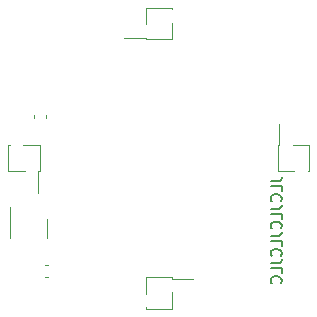
<source format=gbr>
%TF.GenerationSoftware,KiCad,Pcbnew,9.0.7*%
%TF.CreationDate,2026-01-26T10:07:13+01:00*%
%TF.ProjectId,Dice,44696365-2e6b-4696-9361-645f70636258,rev?*%
%TF.SameCoordinates,Original*%
%TF.FileFunction,Legend,Bot*%
%TF.FilePolarity,Positive*%
%FSLAX46Y46*%
G04 Gerber Fmt 4.6, Leading zero omitted, Abs format (unit mm)*
G04 Created by KiCad (PCBNEW 9.0.7) date 2026-01-26 10:07:13*
%MOMM*%
%LPD*%
G01*
G04 APERTURE LIST*
%ADD10C,0.150000*%
%ADD11C,0.120000*%
G04 APERTURE END LIST*
D10*
X167308557Y-96042858D02*
X167951414Y-96042858D01*
X167951414Y-96042858D02*
X168079985Y-96000001D01*
X168079985Y-96000001D02*
X168165700Y-95914287D01*
X168165700Y-95914287D02*
X168208557Y-95785715D01*
X168208557Y-95785715D02*
X168208557Y-95700001D01*
X168208557Y-96900001D02*
X168208557Y-96471429D01*
X168208557Y-96471429D02*
X167308557Y-96471429D01*
X168122842Y-97714286D02*
X168165700Y-97671429D01*
X168165700Y-97671429D02*
X168208557Y-97542857D01*
X168208557Y-97542857D02*
X168208557Y-97457143D01*
X168208557Y-97457143D02*
X168165700Y-97328572D01*
X168165700Y-97328572D02*
X168079985Y-97242857D01*
X168079985Y-97242857D02*
X167994271Y-97200000D01*
X167994271Y-97200000D02*
X167822842Y-97157143D01*
X167822842Y-97157143D02*
X167694271Y-97157143D01*
X167694271Y-97157143D02*
X167522842Y-97200000D01*
X167522842Y-97200000D02*
X167437128Y-97242857D01*
X167437128Y-97242857D02*
X167351414Y-97328572D01*
X167351414Y-97328572D02*
X167308557Y-97457143D01*
X167308557Y-97457143D02*
X167308557Y-97542857D01*
X167308557Y-97542857D02*
X167351414Y-97671429D01*
X167351414Y-97671429D02*
X167394271Y-97714286D01*
X167308557Y-98357143D02*
X167951414Y-98357143D01*
X167951414Y-98357143D02*
X168079985Y-98314286D01*
X168079985Y-98314286D02*
X168165700Y-98228572D01*
X168165700Y-98228572D02*
X168208557Y-98100000D01*
X168208557Y-98100000D02*
X168208557Y-98014286D01*
X168208557Y-99214286D02*
X168208557Y-98785714D01*
X168208557Y-98785714D02*
X167308557Y-98785714D01*
X168122842Y-100028571D02*
X168165700Y-99985714D01*
X168165700Y-99985714D02*
X168208557Y-99857142D01*
X168208557Y-99857142D02*
X168208557Y-99771428D01*
X168208557Y-99771428D02*
X168165700Y-99642857D01*
X168165700Y-99642857D02*
X168079985Y-99557142D01*
X168079985Y-99557142D02*
X167994271Y-99514285D01*
X167994271Y-99514285D02*
X167822842Y-99471428D01*
X167822842Y-99471428D02*
X167694271Y-99471428D01*
X167694271Y-99471428D02*
X167522842Y-99514285D01*
X167522842Y-99514285D02*
X167437128Y-99557142D01*
X167437128Y-99557142D02*
X167351414Y-99642857D01*
X167351414Y-99642857D02*
X167308557Y-99771428D01*
X167308557Y-99771428D02*
X167308557Y-99857142D01*
X167308557Y-99857142D02*
X167351414Y-99985714D01*
X167351414Y-99985714D02*
X167394271Y-100028571D01*
X167308557Y-100671428D02*
X167951414Y-100671428D01*
X167951414Y-100671428D02*
X168079985Y-100628571D01*
X168079985Y-100628571D02*
X168165700Y-100542857D01*
X168165700Y-100542857D02*
X168208557Y-100414285D01*
X168208557Y-100414285D02*
X168208557Y-100328571D01*
X168208557Y-101528571D02*
X168208557Y-101099999D01*
X168208557Y-101099999D02*
X167308557Y-101099999D01*
X168122842Y-102342856D02*
X168165700Y-102299999D01*
X168165700Y-102299999D02*
X168208557Y-102171427D01*
X168208557Y-102171427D02*
X168208557Y-102085713D01*
X168208557Y-102085713D02*
X168165700Y-101957142D01*
X168165700Y-101957142D02*
X168079985Y-101871427D01*
X168079985Y-101871427D02*
X167994271Y-101828570D01*
X167994271Y-101828570D02*
X167822842Y-101785713D01*
X167822842Y-101785713D02*
X167694271Y-101785713D01*
X167694271Y-101785713D02*
X167522842Y-101828570D01*
X167522842Y-101828570D02*
X167437128Y-101871427D01*
X167437128Y-101871427D02*
X167351414Y-101957142D01*
X167351414Y-101957142D02*
X167308557Y-102085713D01*
X167308557Y-102085713D02*
X167308557Y-102171427D01*
X167308557Y-102171427D02*
X167351414Y-102299999D01*
X167351414Y-102299999D02*
X167394271Y-102342856D01*
X167308557Y-102985713D02*
X167951414Y-102985713D01*
X167951414Y-102985713D02*
X168079985Y-102942856D01*
X168079985Y-102942856D02*
X168165700Y-102857142D01*
X168165700Y-102857142D02*
X168208557Y-102728570D01*
X168208557Y-102728570D02*
X168208557Y-102642856D01*
X168208557Y-103842856D02*
X168208557Y-103414284D01*
X168208557Y-103414284D02*
X167308557Y-103414284D01*
X168122842Y-104657141D02*
X168165700Y-104614284D01*
X168165700Y-104614284D02*
X168208557Y-104485712D01*
X168208557Y-104485712D02*
X168208557Y-104399998D01*
X168208557Y-104399998D02*
X168165700Y-104271427D01*
X168165700Y-104271427D02*
X168079985Y-104185712D01*
X168079985Y-104185712D02*
X167994271Y-104142855D01*
X167994271Y-104142855D02*
X167822842Y-104099998D01*
X167822842Y-104099998D02*
X167694271Y-104099998D01*
X167694271Y-104099998D02*
X167522842Y-104142855D01*
X167522842Y-104142855D02*
X167437128Y-104185712D01*
X167437128Y-104185712D02*
X167351414Y-104271427D01*
X167351414Y-104271427D02*
X167308557Y-104399998D01*
X167308557Y-104399998D02*
X167308557Y-104485712D01*
X167308557Y-104485712D02*
X167351414Y-104614284D01*
X167351414Y-104614284D02*
X167394271Y-104657141D01*
D11*
%TO.C,J1*%
X156690000Y-81370000D02*
X158910000Y-81370000D01*
X156690000Y-82750000D02*
X156690000Y-81380000D01*
X156690000Y-83920000D02*
X154860000Y-83920000D01*
X156690000Y-84030000D02*
X156690000Y-83920000D01*
X156690000Y-84030000D02*
X158910000Y-84030000D01*
X158910000Y-81480000D02*
X158910000Y-81370000D01*
X158910000Y-84020000D02*
X158910000Y-82650000D01*
%TO.C,J4*%
X167870000Y-92990000D02*
X167870000Y-95210000D01*
X167870000Y-92990000D02*
X167980000Y-92990000D01*
X167880000Y-95210000D02*
X169250000Y-95210000D01*
X167980000Y-92990000D02*
X167980000Y-91160000D01*
X169150000Y-92990000D02*
X170520000Y-92990000D01*
X170420000Y-95210000D02*
X170530000Y-95210000D01*
X170530000Y-92990000D02*
X170530000Y-95210000D01*
%TO.C,J3*%
X156690000Y-104180000D02*
X156690000Y-105550000D01*
X156690000Y-106720000D02*
X156690000Y-106830000D01*
X158910000Y-104170000D02*
X156690000Y-104170000D01*
X158910000Y-104170000D02*
X158910000Y-104280000D01*
X158910000Y-104280000D02*
X160740000Y-104280000D01*
X158910000Y-105450000D02*
X158910000Y-106820000D01*
X158910000Y-106830000D02*
X156690000Y-106830000D01*
%TO.C,J2*%
X145070000Y-95210000D02*
X145070000Y-92990000D01*
X145180000Y-92990000D02*
X145070000Y-92990000D01*
X146450000Y-95210000D02*
X145080000Y-95210000D01*
X147620000Y-95210000D02*
X147620000Y-97040000D01*
X147720000Y-92990000D02*
X146350000Y-92990000D01*
X147730000Y-95210000D02*
X147620000Y-95210000D01*
X147730000Y-95210000D02*
X147730000Y-92990000D01*
%TO.C,U1*%
X145190000Y-100050000D02*
X145190000Y-98250000D01*
X145190000Y-100050000D02*
X145190000Y-100850000D01*
X148310000Y-100050000D02*
X148310000Y-99250000D01*
X148310000Y-100050000D02*
X148310000Y-100850000D01*
%TO.C,C2*%
X147240000Y-90690580D02*
X147240000Y-90409420D01*
X148260000Y-90690580D02*
X148260000Y-90409420D01*
%TO.C,C1*%
X148159420Y-103140000D02*
X148440580Y-103140000D01*
X148159420Y-104160000D02*
X148440580Y-104160000D01*
%TD*%
M02*

</source>
